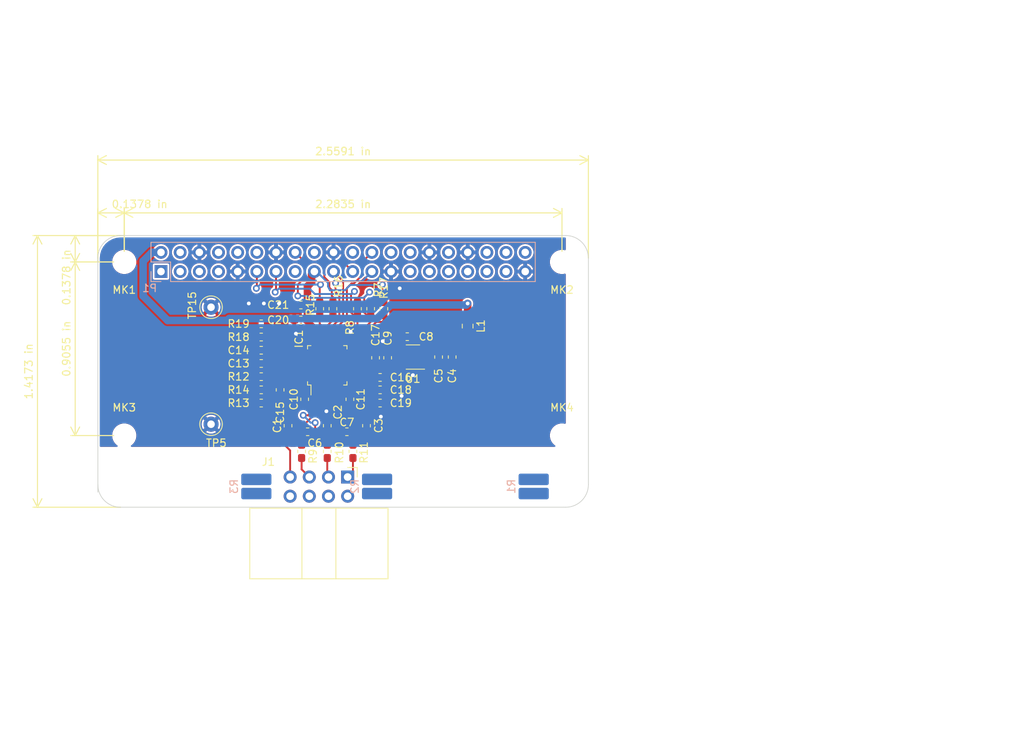
<source format=kicad_pcb>
(kicad_pcb (version 20171130) (host pcbnew "(5.1.5-0)")
  (title_block (date "15 nov 2012"))
  (layers (0 F.Cu signal) (31 B.Cu signal) (34 B.Paste user) (35 F.Paste user) (36 B.SilkS user) (37 F.SilkS user) (38 B.Mask user) (39 F.Mask user) (44 Edge.Cuts user))
  (net 0 "")
  (net 1 +3V3)
  (net 2 GND)
  (net 3 /ID_SD)
  (net 4 /ID_SC)
  (net 5 /GPIO5)
  (net 6 /GPIO6)
  (net 7 /GPIO26)
  (net 8 "/GPIO12(PWM0)")
  (net 9 "/GPIO13(PWM1)")
  (net 10 "/GPIO19(SPI1_MISO)")
  (net 11 /GPIO16)
  (net 12 "/GPIO20(SPI1_MOSI)")
  (net 13 "/GPIO21(SPI1_SCK)")
  (net 14 +3.3VA)
  (net 15 +5VA)
  (net 16 /SENS_SDA)
  (net 17 +5VD)
  (net 18 /SENS_SCL)
  (net 19 /SENS_INT_BPM)
  (net 20 /SENS_GPIO0)
  (net 21 /SENS_GPIO1)
  (net 22 /SENS_INT_ECG)
  (net 23 /SENS_INT_SPO2)
  (net 24 /SENS_START)
  (net 25 /~SENS_RST_BPM)
  (net 26 /~SENS_RST_ECG)
  (net 27 /~SENS_RST_SPO2)
  (net 28 /SENS_MOSI)
  (net 29 /SENS_MISO)
  (net 30 /~SENS_CS_BPM)
  (net 31 /SENS_SCLK)
  (net 32 /~SENS_CS_ECG)
  (net 33 /~SENS_CS_SPO2)
  (net 34 /ECG_Sensor/ads_in1_p)
  (net 35 /ECG_Sensor/ads_in1_n)
  (net 36 /ECG_Sensor/ads_in2_p)
  (net 37 "Net-(C4-Pad1)")
  (net 38 "Net-(C8-Pad1)")
  (net 39 /ECG_Sensor/3.3VA)
  (net 40 "Net-(C10-Pad2)")
  (net 41 "Net-(C10-Pad1)")
  (net 42 "Net-(C11-Pad2)")
  (net 43 "Net-(C11-Pad1)")
  (net 44 "Net-(C13-Pad2)")
  (net 45 /RLD)
  (net 46 "Net-(C14-Pad1)")
  (net 47 "Net-(C15-Pad1)")
  (net 48 "Net-(C16-Pad1)")
  (net 49 "Net-(C18-Pad1)")
  (net 50 GNDPWR)
  (net 51 "Net-(IC1-Pad29)")
  (net 52 "Net-(IC1-Pad26)")
  (net 53 "Net-(IC1-Pad25)")
  (net 54 "Net-(IC1-Pad22)")
  (net 55 "Net-(IC1-Pad21)")
  (net 56 "Net-(IC1-Pad17)")
  (net 57 "Net-(IC1-Pad14)")
  (net 58 /LA)
  (net 59 /RA)
  (net 60 /LL)
  (module Resistor_SMD:R_0603_1608Metric_Pad1.05x0.95mm_HandSolder (layer F.Cu) (at 237.9 103.7 270)
    (fp_text reference R17 (at -2.75 0 90) (layer F.SilkS))
    (fp_text value 100k)
    (pad 2 smd roundrect (at 0.875 0 270) (size 1.05 0.95) (layers F.Cu F.Paste F.Mask) (net 57 "Net-(IC1-Pad14)"))
    (pad 1 smd roundrect (at -0.875 0 270) (size 1.05 0.95) (layers F.Cu F.Paste F.Mask) (net 1 +3V3))
  )
  (module Resistor_SMD:R_0603_1608Metric_Pad1.05x0.95mm_HandSolder (layer F.Cu) (at 236.15 103.7 90)
    (fp_text reference R7 (at 2.5 1 90) (layer F.SilkS))
    (fp_text value 100k)
    (pad 2 smd roundrect (at 0.875 0 90) (size 1.05 0.95) (layers F.Cu F.Paste F.Mask) (net 1 +3V3))
    (pad 1 smd roundrect (at -0.875 0 90) (size 1.05 0.95) (layers F.Cu F.Paste F.Mask) (net 26 /~SENS_RST_ECG))
  )
  (module Resistor_SMD:R_0603_1608Metric_Pad1.05x0.95mm_HandSolder (layer F.Cu) (at 234.4 103.7 270)
    (fp_text reference R8 (at 2.5 1 90) (layer F.SilkS))
    (fp_text value 100k)
    (pad 2 smd roundrect (at 0.875 0 270) (size 1.05 0.95) (layers F.Cu F.Paste F.Mask) (net 24 /SENS_START))
    (pad 1 smd roundrect (at -0.875 0 270) (size 1.05 0.95) (layers F.Cu F.Paste F.Mask) (net 2 GND))
  )
  (module Connector_IDC:IDC-Header_2x04_P2.54mm_Horizontal (layer F.Cu) (at 233.1 126 270)
    (fp_text reference J1 (at -2 10.5 180) (layer F.SilkS))
    (fp_text value Conn_02x04_Odd_Even)
    (pad 8 thru_hole oval (at 2.54 7.62 270) (size 1.7272 1.7272) (drill 1.016) (layers *.Cu *.Mask) (net 50 GNDPWR))
    (pad 7 thru_hole oval (at 0 7.62 270) (size 1.7272 1.7272) (drill 1.016) (layers *.Cu *.Mask) (net 45 /RLD))
    (pad 6 thru_hole oval (at 2.54 5.08 270) (size 1.7272 1.7272) (drill 1.016) (layers *.Cu *.Mask) (net 50 GNDPWR))
    (pad 5 thru_hole oval (at 0 5.08 270) (size 1.7272 1.7272) (drill 1.016) (layers *.Cu *.Mask) (net 58 /LA))
    (pad 4 thru_hole oval (at 2.54 2.54 270) (size 1.7272 1.7272) (drill 1.016) (layers *.Cu *.Mask) (net 50 GNDPWR))
    (pad 3 thru_hole oval (at 0 2.54 270) (size 1.7272 1.7272) (drill 1.016) (layers *.Cu *.Mask) (net 59 /RA))
    (pad 2 thru_hole oval (at 2.54 0 270) (size 1.7272 1.7272) (drill 1.016) (layers *.Cu *.Mask) (net 50 GNDPWR))
    (pad 1 thru_hole rect (at 0 0 270) (size 1.7272 1.7272) (drill 1.016) (layers *.Cu *.Mask) (net 60 /LL))
  )
  (module Package_TO_SOT_SMD:SOT-23-5_HandSoldering (layer F.Cu) (at 241.75 110.1 180)
    (fp_text reference U1 (at 0 -2.9) (layer F.SilkS))
    (fp_text value TPS73033DBVT)
    (pad 5 smd rect (at 1.35 -0.95 180) (size 1.56 0.65) (layers F.Cu F.Paste F.Mask) (net 39 /ECG_Sensor/3.3VA))
    (pad 4 smd rect (at 1.35 0.95 180) (size 1.56 0.65) (layers F.Cu F.Paste F.Mask) (net 38 "Net-(C8-Pad1)"))
    (pad 3 smd rect (at -1.35 0.95 180) (size 1.56 0.65) (layers F.Cu F.Paste F.Mask) (net 37 "Net-(C4-Pad1)"))
    (pad 2 smd rect (at -1.35 0 180) (size 1.56 0.65) (layers F.Cu F.Paste F.Mask) (net 2 GND))
    (pad 1 smd rect (at -1.35 -0.95 180) (size 1.56 0.65) (layers F.Cu F.Paste F.Mask) (net 37 "Net-(C4-Pad1)"))
  )
  (module TestPoint:TestPoint_Loop_D2.50mm_Drill1.0mm (layer F.Cu) (at 215 103.5 90)
    (fp_text reference TP15 (at 0.25 -2.5 90) (layer F.SilkS))
    (fp_text value " ")
    (pad 1 thru_hole circle (at 0 0 90) (size 2 2) (drill 1) (layers *.Cu *.Mask) (net 2 GND))
  )
  (module TestPoint:TestPoint_Loop_D2.50mm_Drill1.0mm (layer F.Cu) (at 215 119)
    (fp_text reference TP5 (at 0.7 2.5) (layer F.SilkS))
    (fp_text value " ")
    (pad 1 thru_hole circle (at 0 0) (size 2 2) (drill 1) (layers *.Cu *.Mask) (net 2 GND))
  )
  (module Resistor_SMD:R_0603_1608Metric_Pad1.05x0.95mm_HandSolder (layer F.Cu) (at 221.65 105.7)
    (fp_text reference R19 (at -3 0) (layer F.SilkS))
    (fp_text value 6.8k)
    (pad 2 smd roundrect (at 0.875 0) (size 1.05 0.95) (layers F.Cu F.Paste F.Mask) (net 53 "Net-(IC1-Pad25)"))
    (pad 1 smd roundrect (at -0.875 0) (size 1.05 0.95) (layers F.Cu F.Paste F.Mask) (net 2 GND))
  )
  (module Resistor_SMD:R_0603_1608Metric_Pad1.05x0.95mm_HandSolder (layer F.Cu) (at 221.65 107.45 180)
    (fp_text reference R18 (at 3 0) (layer F.SilkS))
    (fp_text value 6.8k)
    (pad 2 smd roundrect (at 0.875 0 180) (size 1.05 0.95) (layers F.Cu F.Paste F.Mask) (net 2 GND))
    (pad 1 smd roundrect (at -0.875 0 180) (size 1.05 0.95) (layers F.Cu F.Paste F.Mask) (net 52 "Net-(IC1-Pad26)"))
  )
  (module Resistor_SMD:R_0603_1608Metric_Pad1.05x0.95mm_HandSolder (layer F.Cu) (at 231.15 103.7 270)
    (fp_text reference R16 (at -3 -0.75 90) (layer F.SilkS))
    (fp_text value 100)
    (pad 2 smd roundrect (at 0.875 0 270) (size 1.05 0.95) (layers F.Cu F.Paste F.Mask) (net 55 "Net-(IC1-Pad21)"))
    (pad 1 smd roundrect (at -0.875 0 270) (size 1.05 0.95) (layers F.Cu F.Paste F.Mask) (net 29 /SENS_MISO))
  )
  (module Resistor_SMD:R_0603_1608Metric_Pad1.05x0.95mm_HandSolder (layer F.Cu) (at 229.4 103.7 270)
    (fp_text reference R15 (at -0.5 1.25 90) (layer F.SilkS))
    (fp_text value 100)
    (pad 2 smd roundrect (at 0.875 0 270) (size 1.05 0.95) (layers F.Cu F.Paste F.Mask) (net 54 "Net-(IC1-Pad22)"))
    (pad 1 smd roundrect (at -0.875 0 270) (size 1.05 0.95) (layers F.Cu F.Paste F.Mask) (net 22 /SENS_INT_ECG))
  )
  (module Resistor_SMD:R_0603_1608Metric_Pad1.05x0.95mm_HandSolder (layer F.Cu) (at 221.65 114.45)
    (fp_text reference R14 (at -3 0) (layer F.SilkS))
    (fp_text value 6.8k)
    (pad 2 smd roundrect (at 0.875 0) (size 1.05 0.95) (layers F.Cu F.Paste F.Mask) (net 51 "Net-(IC1-Pad29)"))
    (pad 1 smd roundrect (at -0.875 0) (size 1.05 0.95) (layers F.Cu F.Paste F.Mask) (net 45 /RLD))
  )
  (module Resistor_SMD:R_0603_1608Metric_Pad1.05x0.95mm_HandSolder (layer F.Cu) (at 221.65 116.2)
    (fp_text reference R13 (at -3 0) (layer F.SilkS))
    (fp_text value 100k)
    (pad 2 smd roundrect (at 0.875 0) (size 1.05 0.95) (layers F.Cu F.Paste F.Mask) (net 47 "Net-(C15-Pad1)"))
    (pad 1 smd roundrect (at -0.875 0) (size 1.05 0.95) (layers F.Cu F.Paste F.Mask) (net 45 /RLD))
  )
  (module Resistor_SMD:R_0603_1608Metric_Pad1.05x0.95mm_HandSolder (layer F.Cu) (at 221.65 112.7)
    (fp_text reference R12 (at -3 0) (layer F.SilkS))
    (fp_text value 1M)
    (pad 2 smd roundrect (at 0.875 0) (size 1.05 0.95) (layers F.Cu F.Paste F.Mask) (net 44 "Net-(C13-Pad2)"))
    (pad 1 smd roundrect (at -0.875 0) (size 1.05 0.95) (layers F.Cu F.Paste F.Mask) (net 45 /RLD))
  )
  (module Resistor_SMD:R_0603_1608Metric_Pad1.05x0.95mm_HandSolder (layer F.Cu) (at 233.8 122.6 90)
    (fp_text reference R11 (at -0.15 1.45 90) (layer F.SilkS))
    (fp_text value 22k)
    (pad 2 smd roundrect (at 0.875 0 90) (size 1.05 0.95) (layers F.Cu F.Paste F.Mask) (net 36 /ECG_Sensor/ads_in2_p))
    (pad 1 smd roundrect (at -0.875 0 90) (size 1.05 0.95) (layers F.Cu F.Paste F.Mask) (net 60 /LL))
  )
  (module Resistor_SMD:R_0603_1608Metric_Pad1.05x0.95mm_HandSolder (layer F.Cu) (at 230.4 122.6 90)
    (fp_text reference R10 (at -0.15 1.6 90) (layer F.SilkS))
    (fp_text value 22k)
    (pad 2 smd roundrect (at 0.875 0 90) (size 1.05 0.95) (layers F.Cu F.Paste F.Mask) (net 35 /ECG_Sensor/ads_in1_n))
    (pad 1 smd roundrect (at -0.875 0 90) (size 1.05 0.95) (layers F.Cu F.Paste F.Mask) (net 59 /RA))
  )
  (module Resistor_SMD:R_0603_1608Metric_Pad1.05x0.95mm_HandSolder (layer F.Cu) (at 227 122.6 90)
    (fp_text reference R9 (at -0.65 1.5 90) (layer F.SilkS))
    (fp_text value 22k)
    (pad 2 smd roundrect (at 0.875 0 90) (size 1.05 0.95) (layers F.Cu F.Paste F.Mask) (net 34 /ECG_Sensor/ads_in1_p))
    (pad 1 smd roundrect (at -0.875 0 90) (size 1.05 0.95) (layers F.Cu F.Paste F.Mask) (net 58 /LA))
  )
  (module Resistor_SMD:R_0815_2038Metric_Pad1.53x4.00mm_HandSolder (layer B.Cu) (at 221 127.25 270)
    (fp_text reference R3 (at 0 2.95 270) (layer B.SilkS) (effects (justify mirror)))
    (fp_text value n.p.)
    (pad 2 smd roundrect (at 0.9375 0 270) (size 1.525 4) (layers B.Cu B.Paste B.Mask) (roundrect_rratio 0.163934) (net 50 GNDPWR))
    (pad 1 smd roundrect (at -0.9375 0 270) (size 1.525 4) (layers B.Cu B.Paste B.Mask) (roundrect_rratio 0.163934) (net 2 GND))
  )
  (module Resistor_SMD:R_0815_2038Metric_Pad1.53x4.00mm_HandSolder (layer B.Cu) (at 237 127.25 270)
    (fp_text reference R2 (at 0 2.95 270) (layer B.SilkS) (effects (justify mirror)))
    (fp_text value n.p.)
    (pad 2 smd roundrect (at 0.9375 0 270) (size 1.525 4) (layers B.Cu B.Paste B.Mask) (roundrect_rratio 0.163934) (net 50 GNDPWR))
    (pad 1 smd roundrect (at -0.9375 0 270) (size 1.525 4) (layers B.Cu B.Paste B.Mask) (roundrect_rratio 0.163934) (net 2 GND))
  )
  (module Resistor_SMD:R_0815_2038Metric_Pad1.53x4.00mm_HandSolder (layer B.Cu) (at 257.75 127.25 270)
    (fp_text reference R1 (at 0 2.95 90) (layer B.SilkS) (effects (justify mirror)))
    (fp_text value n.p.)
    (pad 2 smd roundrect (at 0.9375 0 270) (size 1.525 4) (layers B.Cu B.Paste B.Mask) (roundrect_rratio 0.163934) (net 50 GNDPWR))
    (pad 1 smd roundrect (at -0.9375 0 270) (size 1.525 4) (layers B.Cu B.Paste B.Mask) (roundrect_rratio 0.163934) (net 2 GND))
  )
  (module Inductor_SMD:L_0805_2012Metric_Pad1.15x1.40mm_HandSolder (layer F.Cu) (at 249 106 90)
    (fp_text reference L1 (at 0 1.75 90) (layer F.SilkS))
    (fp_text value MMZ2012R102A)
    (pad 2 smd roundrect (at 1.025 0 90) (size 1.15 1.4) (layers F.Cu F.Paste F.Mask) (roundrect_rratio 0.217391) (net 15 +5VA))
    (pad 1 smd roundrect (at -1.025 0 90) (size 1.15 1.4) (layers F.Cu F.Paste F.Mask) (roundrect_rratio 0.217391) (net 37 "Net-(C4-Pad1)"))
  )
  (module Package_QFP:LQFP-32_5x5mm_P0.5mm (layer F.Cu) (at 230.4 111.2 90)
    (fp_text reference IC1 (at 3.5 -3.75 90) (layer F.SilkS))
    (fp_text value ADS1292)
    (pad 32 smd roundrect (at -1.75 -3.175 90) (size 0.3 1.5) (layers F.Cu F.Paste F.Mask) (net 34 /ECG_Sensor/ads_in1_p))
    (pad 31 smd roundrect (at -1.25 -3.175 90) (size 0.3 1.5) (layers F.Cu F.Paste F.Mask) (net 36 /ECG_Sensor/ads_in2_p))
    (pad 30 smd roundrect (at -0.75 -3.175 90) (size 0.3 1.5) (layers F.Cu F.Paste F.Mask) (net 47 "Net-(C15-Pad1)"))
    (pad 29 smd roundrect (at -0.25 -3.175 90) (size 0.3 1.5) (layers F.Cu F.Paste F.Mask) (net 51 "Net-(IC1-Pad29)"))
    (pad 28 smd roundrect (at 0.25 -3.175 90) (size 0.3 1.5) (layers F.Cu F.Paste F.Mask) (net 44 "Net-(C13-Pad2)"))
    (pad 27 smd roundrect (at 0.75 -3.175 90) (size 0.3 1.5) (layers F.Cu F.Paste F.Mask) (net 46 "Net-(C14-Pad1)"))
    (pad 26 smd roundrect (at 1.25 -3.175 90) (size 0.3 1.5) (layers F.Cu F.Paste F.Mask) (net 52 "Net-(IC1-Pad26)"))
    (pad 25 smd roundrect (at 1.75 -3.175 90) (size 0.3 1.5) (layers F.Cu F.Paste F.Mask) (net 53 "Net-(IC1-Pad25)"))
    (pad 24 smd roundrect (at 3.175 -1.75 90) (size 1.5 0.3) (layers F.Cu F.Paste F.Mask) (net 2 GND))
    (pad 23 smd roundrect (at 3.175 -1.25 90) (size 1.5 0.3) (layers F.Cu F.Paste F.Mask) (net 1 +3V3))
    (pad 22 smd roundrect (at 3.175 -0.75 90) (size 1.5 0.3) (layers F.Cu F.Paste F.Mask) (net 54 "Net-(IC1-Pad22)"))
    (pad 21 smd roundrect (at 3.175 -0.25 90) (size 1.5 0.3) (layers F.Cu F.Paste F.Mask) (net 55 "Net-(IC1-Pad21)"))
    (pad 20 smd roundrect (at 3.175 0.25 90) (size 1.5 0.3) (layers F.Cu F.Paste F.Mask) (net 31 /SENS_SCLK))
    (pad 19 smd roundrect (at 3.175 0.75 90) (size 1.5 0.3) (layers F.Cu F.Paste F.Mask) (net 28 /SENS_MOSI))
    (pad 18 smd roundrect (at 3.175 1.25 90) (size 1.5 0.3) (layers F.Cu F.Paste F.Mask) (net 32 /~SENS_CS_ECG))
    (pad 17 smd roundrect (at 3.175 1.75 90) (size 1.5 0.3) (layers F.Cu F.Paste F.Mask) (net 56 "Net-(IC1-Pad17)"))
    (pad 16 smd roundrect (at 1.75 3.175 90) (size 0.3 1.5) (layers F.Cu F.Paste F.Mask) (net 24 /SENS_START))
    (pad 15 smd roundrect (at 1.25 3.175 90) (size 0.3 1.5) (layers F.Cu F.Paste F.Mask) (net 26 /~SENS_RST_ECG))
    (pad 14 smd roundrect (at 0.75 3.175 90) (size 0.3 1.5) (layers F.Cu F.Paste F.Mask) (net 57 "Net-(IC1-Pad14)"))
    (pad 13 smd roundrect (at 0.25 3.175 90) (size 0.3 1.5) (layers F.Cu F.Paste F.Mask) (net 2 GND))
    (pad 12 smd roundrect (at -0.25 3.175 90) (size 0.3 1.5) (layers F.Cu F.Paste F.Mask) (net 39 /ECG_Sensor/3.3VA))
    (pad 11 smd roundrect (at -0.75 3.175 90) (size 0.3 1.5) (layers F.Cu F.Paste F.Mask) (net 48 "Net-(C16-Pad1)"))
    (pad 10 smd roundrect (at -1.25 3.175 90) (size 0.3 1.5) (layers F.Cu F.Paste F.Mask) (net 2 GND))
    (pad 9 smd roundrect (at -1.75 3.175 90) (size 0.3 1.5) (layers F.Cu F.Paste F.Mask) (net 49 "Net-(C18-Pad1)"))
    (pad 8 smd roundrect (at -3.175 1.75 90) (size 1.5 0.3) (layers F.Cu F.Paste F.Mask) (net 43 "Net-(C11-Pad1)"))
    (pad 7 smd roundrect (at -3.175 1.25 90) (size 1.5 0.3) (layers F.Cu F.Paste F.Mask) (net 42 "Net-(C11-Pad2)"))
    (pad 6 smd roundrect (at -3.175 0.75 90) (size 1.5 0.3) (layers F.Cu F.Paste F.Mask) (net 36 /ECG_Sensor/ads_in2_p))
    (pad 5 smd roundrect (at -3.175 0.25 90) (size 1.5 0.3) (layers F.Cu F.Paste F.Mask) (net 35 /ECG_Sensor/ads_in1_n))
    (pad 4 smd roundrect (at -3.175 -0.25 90) (size 1.5 0.3) (layers F.Cu F.Paste F.Mask) (net 34 /ECG_Sensor/ads_in1_p))
    (pad 3 smd roundrect (at -3.175 -0.75 90) (size 1.5 0.3) (layers F.Cu F.Paste F.Mask) (net 35 /ECG_Sensor/ads_in1_n))
    (pad 2 smd roundrect (at -3.175 -1.25 90) (size 1.5 0.3) (layers F.Cu F.Paste F.Mask) (net 41 "Net-(C10-Pad1)"))
    (pad 1 smd roundrect (at -3.175 -1.75 90) (size 1.5 0.3) (layers F.Cu F.Paste F.Mask) (net 40 "Net-(C10-Pad2)"))
  )
  (module Capacitor_SMD:C_0603_1608Metric_Pad1.05x0.95mm_HandSolder (layer F.Cu) (at 226.9 103.2 180)
    (fp_text reference C21 (at 3 0) (layer F.SilkS))
    (fp_text value 1u)
    (pad 2 smd roundrect (at 0.875 0 180) (size 1.05 0.95) (layers F.Cu F.Paste F.Mask) (net 2 GND))
    (pad 1 smd roundrect (at -0.875 0 180) (size 1.05 0.95) (layers F.Cu F.Paste F.Mask) (net 1 +3V3))
  )
  (module Capacitor_SMD:C_0603_1608Metric_Pad1.05x0.95mm_HandSolder (layer F.Cu) (at 226.9 105.2 180)
    (fp_text reference C20 (at 3 0) (layer F.SilkS))
    (fp_text value 100n)
    (pad 2 smd roundrect (at 0.875 0 180) (size 1.05 0.95) (layers F.Cu F.Paste F.Mask) (net 2 GND))
    (pad 1 smd roundrect (at -0.875 0 180) (size 1.05 0.95) (layers F.Cu F.Paste F.Mask) (net 1 +3V3))
  )
  (module Capacitor_SMD:C_0603_1608Metric_Pad1.05x0.95mm_HandSolder (layer F.Cu) (at 237.4 116.2)
    (fp_text reference C19 (at 2.75 0) (layer F.SilkS))
    (fp_text value 10u)
    (pad 2 smd roundrect (at 0.875 0) (size 1.05 0.95) (layers F.Cu F.Paste F.Mask) (net 2 GND))
    (pad 1 smd roundrect (at -0.875 0) (size 1.05 0.95) (layers F.Cu F.Paste F.Mask) (net 49 "Net-(C18-Pad1)"))
  )
  (module Capacitor_SMD:C_0603_1608Metric_Pad1.05x0.95mm_HandSolder (layer F.Cu) (at 237.4 114.45)
    (fp_text reference C18 (at 2.75 0) (layer F.SilkS))
    (fp_text value 100n)
    (pad 2 smd roundrect (at 0.875 0) (size 1.05 0.95) (layers F.Cu F.Paste F.Mask) (net 2 GND))
    (pad 1 smd roundrect (at -0.875 0) (size 1.05 0.95) (layers F.Cu F.Paste F.Mask) (net 49 "Net-(C18-Pad1)"))
  )
  (module Capacitor_SMD:C_0603_1608Metric_Pad1.05x0.95mm_HandSolder (layer F.Cu) (at 236.8 110.2 90)
    (fp_text reference C17 (at 3 0 90) (layer F.SilkS))
    (fp_text value 100n)
    (pad 2 smd roundrect (at 0.875 0 90) (size 1.05 0.95) (layers F.Cu F.Paste F.Mask) (net 2 GND))
    (pad 1 smd roundrect (at -0.875 0 90) (size 1.05 0.95) (layers F.Cu F.Paste F.Mask) (net 39 /ECG_Sensor/3.3VA))
  )
  (module Capacitor_SMD:C_0603_1608Metric_Pad1.05x0.95mm_HandSolder (layer F.Cu) (at 237.4 112.8)
    (fp_text reference C16 (at 2.75 0) (layer F.SilkS))
    (fp_text value 1u)
    (pad 2 smd roundrect (at 0.875 0) (size 1.05 0.95) (layers F.Cu F.Paste F.Mask) (net 2 GND))
    (pad 1 smd roundrect (at -0.875 0) (size 1.05 0.95) (layers F.Cu F.Paste F.Mask) (net 48 "Net-(C16-Pad1)"))
  )
  (module Capacitor_SMD:C_0603_1608Metric_Pad1.05x0.95mm_HandSolder (layer F.Cu) (at 224.15 114.45 90)
    (fp_text reference C15 (at -3 0 90) (layer F.SilkS))
    (fp_text value 470p)
    (pad 2 smd roundrect (at 0.875 0 90) (size 1.05 0.95) (layers F.Cu F.Paste F.Mask) (net 44 "Net-(C13-Pad2)"))
    (pad 1 smd roundrect (at -0.875 0 90) (size 1.05 0.95) (layers F.Cu F.Paste F.Mask) (net 47 "Net-(C15-Pad1)"))
  )
  (module Capacitor_SMD:C_0603_1608Metric_Pad1.05x0.95mm_HandSolder (layer F.Cu) (at 221.65 109.2 180)
    (fp_text reference C14 (at 3 0) (layer F.SilkS))
    (fp_text value 1u)
    (pad 2 smd roundrect (at 0.875 0 180) (size 1.05 0.95) (layers F.Cu F.Paste F.Mask) (net 2 GND))
    (pad 1 smd roundrect (at -0.875 0 180) (size 1.05 0.95) (layers F.Cu F.Paste F.Mask) (net 46 "Net-(C14-Pad1)"))
  )
  (module Capacitor_SMD:C_0603_1608Metric_Pad1.05x0.95mm_HandSolder (layer F.Cu) (at 221.65 110.95)
    (fp_text reference C13 (at -3 0) (layer F.SilkS))
    (fp_text value 470p)
    (pad 2 smd roundrect (at 0.875 0) (size 1.05 0.95) (layers F.Cu F.Paste F.Mask) (net 44 "Net-(C13-Pad2)"))
    (pad 1 smd roundrect (at -0.875 0) (size 1.05 0.95) (layers F.Cu F.Paste F.Mask) (net 45 /RLD))
  )
  (module Capacitor_SMD:C_0603_1608Metric_Pad1.05x0.95mm_HandSolder (layer F.Cu) (at 233.4 115.7 270)
    (fp_text reference C11 (at 0 -1.43 90) (layer F.SilkS))
    (fp_text value 4.7n)
    (pad 2 smd roundrect (at 0.875 0 270) (size 1.05 0.95) (layers F.Cu F.Paste F.Mask) (net 42 "Net-(C11-Pad2)"))
    (pad 1 smd roundrect (at -0.875 0 270) (size 1.05 0.95) (layers F.Cu F.Paste F.Mask) (net 43 "Net-(C11-Pad1)"))
  )
  (module Capacitor_SMD:C_0603_1608Metric_Pad1.05x0.95mm_HandSolder (layer F.Cu) (at 227.4 115.7 90)
    (fp_text reference C10 (at 0 -1.43 90) (layer F.SilkS))
    (fp_text value 4.7n)
    (pad 2 smd roundrect (at 0.875 0 90) (size 1.05 0.95) (layers F.Cu F.Paste F.Mask) (net 40 "Net-(C10-Pad2)"))
    (pad 1 smd roundrect (at -0.875 0 90) (size 1.05 0.95) (layers F.Cu F.Paste F.Mask) (net 41 "Net-(C10-Pad1)"))
  )
  (module Capacitor_SMD:C_0603_1608Metric_Pad1.05x0.95mm_HandSolder (layer F.Cu) (at 238.4 110.2 90)
    (fp_text reference C9 (at 2.6 0 90) (layer F.SilkS))
    (fp_text value 2.2u)
    (pad 2 smd roundrect (at 0.875 0 90) (size 1.05 0.95) (layers F.Cu F.Paste F.Mask) (net 2 GND))
    (pad 1 smd roundrect (at -0.875 0 90) (size 1.05 0.95) (layers F.Cu F.Paste F.Mask) (net 39 /ECG_Sensor/3.3VA))
  )
  (module Capacitor_SMD:C_0603_1608Metric_Pad1.05x0.95mm_HandSolder (layer F.Cu) (at 241 107.4)
    (fp_text reference C8 (at 2.5 0) (layer F.SilkS))
    (fp_text value 10n)
    (pad 2 smd roundrect (at 0.875 0) (size 1.05 0.95) (layers F.Cu F.Paste F.Mask) (net 2 GND))
    (pad 1 smd roundrect (at -0.875 0) (size 1.05 0.95) (layers F.Cu F.Paste F.Mask) (net 38 "Net-(C8-Pad1)"))
  )
  (module Capacitor_SMD:C_0603_1608Metric_Pad1.05x0.95mm_HandSolder (layer F.Cu) (at 233 120)
    (fp_text reference C7 (at 0 -1.25 -180) (layer F.SilkS))
    (fp_text value n.p.)
    (pad 2 smd roundrect (at 0.875 0) (size 1.05 0.95) (layers F.Cu F.Paste F.Mask) (net 36 /ECG_Sensor/ads_in2_p))
    (pad 1 smd roundrect (at -0.875 0) (size 1.05 0.95) (layers F.Cu F.Paste F.Mask) (net 35 /ECG_Sensor/ads_in1_n))
  )
  (module Capacitor_SMD:C_0603_1608Metric_Pad1.05x0.95mm_HandSolder (layer F.Cu) (at 227.8 120)
    (fp_text reference C6 (at 0.95 1.5) (layer F.SilkS))
    (fp_text value n.p.)
    (pad 2 smd roundrect (at 0.875 0) (size 1.05 0.95) (layers F.Cu F.Paste F.Mask) (net 35 /ECG_Sensor/ads_in1_n))
    (pad 1 smd roundrect (at -0.875 0) (size 1.05 0.95) (layers F.Cu F.Paste F.Mask) (net 34 /ECG_Sensor/ads_in1_p))
  )
  (module Capacitor_SMD:C_0603_1608Metric_Pad1.05x0.95mm_HandSolder (layer F.Cu) (at 245.15 110.1 90)
    (fp_text reference C5 (at -2.5 0 90) (layer F.SilkS))
    (fp_text value 100n)
    (pad 2 smd roundrect (at 0.875 0 90) (size 1.05 0.95) (layers F.Cu F.Paste F.Mask) (net 2 GND))
    (pad 1 smd roundrect (at -0.875 0 90) (size 1.05 0.95) (layers F.Cu F.Paste F.Mask) (net 37 "Net-(C4-Pad1)"))
  )
  (module Capacitor_SMD:C_0603_1608Metric_Pad1.05x0.95mm_HandSolder (layer F.Cu) (at 246.95 110.1 90)
    (fp_text reference C4 (at -2.5 0 90) (layer F.SilkS))
    (fp_text value 2.2u)
    (pad 2 smd roundrect (at 0.875 0 90) (size 1.05 0.95) (layers F.Cu F.Paste F.Mask) (net 2 GND))
    (pad 1 smd roundrect (at -0.875 0 90) (size 1.05 0.95) (layers F.Cu F.Paste F.Mask) (net 37 "Net-(C4-Pad1)"))
  )
  (module Capacitor_SMD:C_0603_1608Metric_Pad1.05x0.95mm_HandSolder (layer F.Cu) (at 235.6 119.2 90)
    (fp_text reference C3 (at 0 1.6 90) (layer F.SilkS))
    (fp_text value 3n)
    (pad 2 smd roundrect (at 0.875 0 90) (size 1.05 0.95) (layers F.Cu F.Paste F.Mask) (net 2 GND))
    (pad 1 smd roundrect (at -0.875 0 90) (size 1.05 0.95) (layers F.Cu F.Paste F.Mask) (net 36 /ECG_Sensor/ads_in2_p))
  )
  (module Capacitor_SMD:C_0603_1608Metric_Pad1.05x0.95mm_HandSolder (layer F.Cu) (at 230.4 119.2 90)
    (fp_text reference C2 (at 1.8 1.4 90) (layer F.SilkS))
    (fp_text value 3n)
    (pad 2 smd roundrect (at 0.875 0 90) (size 1.05 0.95) (layers F.Cu F.Paste F.Mask) (net 2 GND))
    (pad 1 smd roundrect (at -0.875 0 90) (size 1.05 0.95) (layers F.Cu F.Paste F.Mask) (net 35 /ECG_Sensor/ads_in1_n))
  )
  (module Capacitor_SMD:C_0603_1608Metric_Pad1.05x0.95mm_HandSolder (layer F.Cu) (at 225.2 119.2 90)
    (fp_text reference C1 (at 0 -1.43 90) (layer F.SilkS))
    (fp_text value 3n)
    (pad 2 smd roundrect (at 0.875 0 90) (size 1.05 0.95) (layers F.Cu F.Paste F.Mask) (net 2 GND))
    (pad 1 smd roundrect (at -0.875 0 90) (size 1.05 0.95) (layers F.Cu F.Paste F.Mask) (net 34 /ECG_Sensor/ads_in1_p))
  )
  (module Connector_PinSocket_2.54mm:PinSocket_2x20_P2.54mm_Vertical (layer B.Cu) (at 208.37 98.77 270)
    (fp_text reference P1 (at 2.208 1.512) (layer B.SilkS) (effects (justify mirror)))
    (fp_text value Conn_02x20_Odd_Even)
    (pad 1 thru_hole rect (at 0 0 270) (size 1.7 1.7) (drill 1) (layers *.Cu *.Mask) (net 14 +3.3VA))
    (pad 2 thru_hole oval (at -2.54 0 270) (size 1.7 1.7) (drill 1) (layers *.Cu *.Mask) (net 15 +5VA))
    (pad 3 thru_hole oval (at 0 -2.54 270) (size 1.7 1.7) (drill 1) (layers *.Cu *.Mask) (net 16 /SENS_SDA))
    (pad 4 thru_hole oval (at -2.54 -2.54 270) (size 1.7 1.7) (drill 1) (layers *.Cu *.Mask) (net 17 +5VD))
    (pad 5 thru_hole oval (at 0 -5.08 270) (size 1.7 1.7) (drill 1) (layers *.Cu *.Mask) (net 18 /SENS_SCL))
    (pad 6 thru_hole oval (at -2.54 -5.08 270) (size 1.7 1.7) (drill 1) (layers *.Cu *.Mask) (net 2 GND))
    (pad 7 thru_hole oval (at 0 -7.62 270) (size 1.7 1.7) (drill 1) (layers *.Cu *.Mask) (net 19 /SENS_INT_BPM))
    (pad 8 thru_hole oval (at -2.54 -7.62 270) (size 1.7 1.7) (drill 1) (layers *.Cu *.Mask) (net 20 /SENS_GPIO0))
    (pad 9 thru_hole oval (at 0 -10.16 270) (size 1.7 1.7) (drill 1) (layers *.Cu *.Mask) (net 2 GND))
    (pad 10 thru_hole oval (at -2.54 -10.16 270) (size 1.7 1.7) (drill 1) (layers *.Cu *.Mask) (net 21 /SENS_GPIO1))
    (pad 11 thru_hole oval (at 0 -12.7 270) (size 1.7 1.7) (drill 1) (layers *.Cu *.Mask) (net 22 /SENS_INT_ECG))
    (pad 12 thru_hole oval (at -2.54 -12.7 270) (size 1.7 1.7) (drill 1) (layers *.Cu *.Mask) (net 23 /SENS_INT_SPO2))
    (pad 13 thru_hole oval (at 0 -15.24 270) (size 1.7 1.7) (drill 1) (layers *.Cu *.Mask) (net 24 /SENS_START))
    (pad 14 thru_hole oval (at -2.54 -15.24 270) (size 1.7 1.7) (drill 1) (layers *.Cu *.Mask) (net 2 GND))
    (pad 15 thru_hole oval (at 0 -17.78 270) (size 1.7 1.7) (drill 1) (layers *.Cu *.Mask) (net 25 /~SENS_RST_BPM))
    (pad 16 thru_hole oval (at -2.54 -17.78 270) (size 1.7 1.7) (drill 1) (layers *.Cu *.Mask) (net 26 /~SENS_RST_ECG))
    (pad 17 thru_hole oval (at 0 -20.32 270) (size 1.7 1.7) (drill 1) (layers *.Cu *.Mask) (net 1 +3V3))
    (pad 18 thru_hole oval (at -2.54 -20.32 270) (size 1.7 1.7) (drill 1) (layers *.Cu *.Mask) (net 27 /~SENS_RST_SPO2))
    (pad 19 thru_hole oval (at 0 -22.86 270) (size 1.7 1.7) (drill 1) (layers *.Cu *.Mask) (net 28 /SENS_MOSI))
    (pad 20 thru_hole oval (at -2.54 -22.86 270) (size 1.7 1.7) (drill 1) (layers *.Cu *.Mask) (net 2 GND))
    (pad 21 thru_hole oval (at 0 -25.4 270) (size 1.7 1.7) (drill 1) (layers *.Cu *.Mask) (net 29 /SENS_MISO))
    (pad 22 thru_hole oval (at -2.54 -25.4 270) (size 1.7 1.7) (drill 1) (layers *.Cu *.Mask) (net 30 /~SENS_CS_BPM))
    (pad 23 thru_hole oval (at 0 -27.94 270) (size 1.7 1.7) (drill 1) (layers *.Cu *.Mask) (net 31 /SENS_SCLK))
    (pad 24 thru_hole oval (at -2.54 -27.94 270) (size 1.7 1.7) (drill 1) (layers *.Cu *.Mask) (net 32 /~SENS_CS_ECG))
    (pad 25 thru_hole oval (at 0 -30.48 270) (size 1.7 1.7) (drill 1) (layers *.Cu *.Mask) (net 2 GND))
    (pad 26 thru_hole oval (at -2.54 -30.48 270) (size 1.7 1.7) (drill 1) (layers *.Cu *.Mask) (net 33 /~SENS_CS_SPO2))
    (pad 27 thru_hole oval (at 0 -33.02 270) (size 1.7 1.7) (drill 1) (layers *.Cu *.Mask) (net 3 /ID_SD))
    (pad 28 thru_hole oval (at -2.54 -33.02 270) (size 1.7 1.7) (drill 1) (layers *.Cu *.Mask) (net 4 /ID_SC))
    (pad 29 thru_hole oval (at 0 -35.56 270) (size 1.7 1.7) (drill 1) (layers *.Cu *.Mask) (net 5 /GPIO5))
    (pad 30 thru_hole oval (at -2.54 -35.56 270) (size 1.7 1.7) (drill 1) (layers *.Cu *.Mask) (net 2 GND))
    (pad 31 thru_hole oval (at 0 -38.1 270) (size 1.7 1.7) (drill 1) (layers *.Cu *.Mask) (net 6 /GPIO6))
    (pad 32 thru_hole oval (at -2.54 -38.1 270) (size 1.7 1.7) (drill 1) (layers *.Cu *.Mask) (net 8 "/GPIO12(PWM0)"))
    (pad 33 thru_hole oval (at 0 -40.64 270) (size 1.7 1.7) (drill 1) (layers *.Cu *.Mask) (net 9 "/GPIO13(PWM1)"))
    (pad 34 thru_hole oval (at -2.54 -40.64 270) (size 1.7 1.7) (drill 1) (layers *.Cu *.Mask) (net 2 GND))
    (pad 35 thru_hole oval (at 0 -43.18 270) (size 1.7 1.7) (drill 1) (layers *.Cu *.Mask) (net 10 "/GPIO19(SPI1_MISO)"))
    (pad 36 thru_hole oval (at -2.54 -43.18 270) (size 1.7 1.7) (drill 1) (layers *.Cu *.Mask) (net 11 /GPIO16))
    (pad 37 thru_hole oval (at 0 -45.72 270) (size 1.7 1.7) (drill 1) (layers *.Cu *.Mask) (net 7 /GPIO26))
    (pad 38 thru_hole oval (at -2.54 -45.72 270) (size 1.7 1.7) (drill 1) (layers *.Cu *.Mask) (net 12 "/GPIO20(SPI1_MOSI)"))
    (pad 39 thru_hole oval (at 0 -48.26 270) (size 1.7 1.7) (drill 1) (layers *.Cu *.Mask) (net 2 GND))
    (pad 40 thru_hole oval (at -2.54 -48.26 270) (size 1.7 1.7) (drill 1) (layers *.Cu *.Mask) (net 13 "/GPIO21(SPI1_SCK)"))
  )
  (module MountingHole:MountingHole_2.7mm_M2.5 (layer F.Cu) (at 261.5 120.5)
    (fp_text reference MK4 (at 0 -3.7) (layer F.SilkS))
    (fp_text value M2.5)
    (pad 1 np_thru_hole circle (at 0 0) (size 2.7 2.7) (drill 2.7) (layers *.Cu *.Mask))
  )
  (module MountingHole:MountingHole_2.7mm_M2.5 (layer F.Cu) (at 203.5 120.5)
    (fp_text reference MK3 (at 0 -3.7) (layer F.SilkS))
    (fp_text value M2.5)
    (pad 1 np_thru_hole circle (at 0 0) (size 2.7 2.7) (drill 2.7) (layers *.Cu *.Mask))
  )
  (module MountingHole:MountingHole_2.7mm_M2.5 (layer F.Cu) (at 261.5 97.5 180)
    (fp_text reference MK2 (at 0 -3.7 180) (layer F.SilkS))
    (fp_text value M2.5)
    (pad 1 np_thru_hole circle (at 0 0 180) (size 2.7 2.7) (drill 2.7) (layers *.Cu *.Mask))
  )
  (module MountingHole:MountingHole_2.7mm_M2.5 (layer F.Cu) (at 203.5 97.5 180)
    (fp_text reference MK1 (at 0 -3.7 180) (layer F.SilkS))
    (fp_text value M2.5)
    (pad 1 np_thru_hole circle (at 0 0 180) (size 2.7 2.7) (drill 2.7) (layers *.Cu *.Mask))
  )
  (dimension 58 (width 0.15) (layer F.SilkS) (gr_text "58.000 mm" (at 232.5 89.7) (layer F.SilkS) (effects (font (size 1 1) (thickness 0.15)))) (feature1 (pts (xy 261.5 97.5) (xy 261.5 90.413579))) (feature2 (pts (xy 203.5 97.5) (xy 203.5 90.413579))) (crossbar (pts (xy 203.5 91) (xy 261.5 91))) (arrow1a (pts (xy 261.5 91) (xy 260.373496 91.586421))) (arrow1b (pts (xy 261.5 91) (xy 260.373496 90.413579))) (arrow2a (pts (xy 203.5 91) (xy 204.626504 91.586421))) (arrow2b (pts (xy 203.5 91) (xy 204.626504 90.413579))))
  (dimension 23 (width 0.15) (layer F.SilkS) (gr_text "23.000 mm" (at 195.7 109 90) (layer F.SilkS) (effects (font (size 1 1) (thickness 0.15)))) (feature1 (pts (xy 203.5 97.5) (xy 196.413579 97.5))) (feature2 (pts (xy 203.5 120.5) (xy 196.413579 120.5))) (crossbar (pts (xy 197 120.5) (xy 197 97.5))) (arrow1a (pts (xy 197 97.5) (xy 197.586421 98.626504))) (arrow1b (pts (xy 197 97.5) (xy 196.413579 98.626504))) (arrow2a (pts (xy 197 120.5) (xy 197.586421 119.373496))) (arrow2b (pts (xy 197 120.5) (xy 196.413579 119.373496))))
  (dimension 3.5 (width 0.15) (layer F.SilkS) (gr_text "3.500 mm" (at 201.75 89.7) (layer F.SilkS) (effects (font (size 1 1) (thickness 0.15)) (justify left))) (feature1 (pts (xy 200 97.5) (xy 200 90.413579))) (feature2 (pts (xy 203.5 97.5) (xy 203.5 90.413579))) (crossbar (pts (xy 203.5 91) (xy 200 91))) (arrow1a (pts (xy 200 91) (xy 201.126504 90.413579))) (arrow1b (pts (xy 200 91) (xy 201.126504 91.586421))) (arrow2a (pts (xy 203.5 91) (xy 202.373496 90.413579))) (arrow2b (pts (xy 203.5 91) (xy 202.373496 91.586421))))
  (dimension 3.5 (width 0.15) (layer F.SilkS) (gr_text "3.500 mm" (at 195.7 95.75 90) (layer F.SilkS) (effects (font (size 1 1) (thickness 0.15)) (justify right))) (feature1 (pts (xy 203.5 94) (xy 196.413579 94))) (feature2 (pts (xy 203.5 97.5) (xy 196.413579 97.5))) (crossbar (pts (xy 197 97.5) (xy 197 94))) (arrow1a (pts (xy 197 94) (xy 197.586421 95.126504))) (arrow1b (pts (xy 197 94) (xy 196.413579 95.126504))) (arrow2a (pts (xy 197 97.5) (xy 197.586421 96.373496))) (arrow2b (pts (xy 197 97.5) (xy 196.413579 96.373496))))
  (dimension 36 (width 0.15) (layer F.SilkS) (gr_text "36.000 mm" (at 190.7 112 270) (layer F.SilkS) (effects (font (size 1 1) (thickness 0.15)))) (feature1 (pts (xy 203 130) (xy 191.413579 130))) (feature2 (pts (xy 203 94) (xy 191.413579 94))) (crossbar (pts (xy 192 94) (xy 192 130))) (arrow1a (pts (xy 192 130) (xy 191.413579 128.873496))) (arrow1b (pts (xy 192 130) (xy 192.586421 128.873496))) (arrow2a (pts (xy 192 94) (xy 191.413579 95.126504))) (arrow2b (pts (xy 192 94) (xy 192.586421 95.126504))))
  (dimension 65 (width 0.15) (layer F.SilkS) (gr_text "65.000 mm" (at 232.5 82.7) (layer F.SilkS) (effects (font (size 1 1) (thickness 0.15)))) (feature1 (pts (xy 265 97) (xy 265 83.413579))) (feature2 (pts (xy 200 97) (xy 200 83.413579))) (crossbar (pts (xy 200 84) (xy 265 84))) (arrow1a (pts (xy 265 84) (xy 263.873496 84.586421))) (arrow1b (pts (xy 265 84) (xy 263.873496 83.413579))) (arrow2a (pts (xy 200 84) (xy 201.126504 84.586421))) (arrow2b (pts (xy 200 84) (xy 201.126504 83.413579))))
  (gr_arc (start 203 127) (end 200 127) (angle -90) (layer Edge.Cuts) (width 0.1))
  (gr_arc (start 262 127) (end 262 130) (angle -90) (layer Edge.Cuts) (width 0.1))
  (gr_line (start 203 130) (end 262 130) (layer Edge.Cuts) (width 0.1))
  (gr_arc (start 262 97) (end 262 94) (angle 90) (layer Edge.Cuts) (width 0.1))
  (gr_arc (start 203 97) (end 200 97) (angle 90) (layer Edge.Cuts) (width 0.1))
  (gr_line (start 262 94) (end 203 94) (layer Edge.Cuts) (width 0.1))
  (gr_line (start 265 127) (end 265 97) (layer Edge.Cuts) (width 0.1))
  (gr_line (start 200 97) (end 200 128) (layer Edge.Cuts) (width 0.1))
  (segment (start 236.15 102.825) (end 237.9 102.825) (width 0.5) (layer F.Cu) (net 1))
  (segment (start 227.775 103.2) (end 227.775 105.2) (width 1) (layer F.Cu) (net 1))
  (segment (start 228.325003 99.134997) (end 228.69 98.77) (width 1) (layer F.Cu) (net 1))
  (segment (start 228.325003 100.174997) (end 228.325003 99.134997) (width 1) (layer F.Cu) (net 1))
  (segment (start 227.775 100.725) (end 228.325003 100.174997) (width 1) (layer F.Cu) (net 1))
  (segment (start 227.775 103.2) (end 227.775 100.725) (width 1) (layer F.Cu) (net 1))
  (segment (start 228.991002 98.77) (end 230.5 100.278998) (width 0.25) (layer B.Cu) (net 1))
  (segment (start 228.69 98.77) (end 228.991002 98.77) (width 0.25) (layer B.Cu) (net 1))
  (segment (start 230.5 100.278998) (end 230.5 100.75) (width 0.25) (layer B.Cu) (net 1))
  (segment (start 230.99998 101.25) (end 230.75 101.25) (width 0.25) (layer B.Cu) (net 1))
  (segment (start 230.99999 101.24999) (end 230.99998 101.25) (width 0.25) (layer B.Cu) (net 1))
  (segment (start 230.5 100.75) (end 230.75 101.25) (width 0.25) (layer B.Cu) (net 1))
  (segment (start 230.99999 101.24999) (end 232.15001 101.24999) (width 0.25) (layer B.Cu) (net 1))
  (segment (start 232.15001 101.24999) (end 232.75001 101.24999) (width 0.25) (layer B.Cu) (net 1))
  (segment (start 232.75001 101.24999) (end 233.449989 100.550011) (width 0.25) (layer B.Cu) (net 1))
  (via (at 237.7 100.5) (size 0.9) (drill 0.5) (layers F.Cu B.Cu) (net 1))
  (segment (start 237.649989 100.550011) (end 237.7 100.5) (width 0.25) (layer B.Cu) (net 1))
  (segment (start 233.449989 100.550011) (end 237.649989 100.550011) (width 0.25) (layer B.Cu) (net 1))
  (segment (start 237.7 102.625) (end 237.9 102.825) (width 0.25) (layer F.Cu) (net 1))
  (segment (start 237.7 100.5) (end 237.7 102.625) (width 0.25) (layer F.Cu) (net 1))
  (segment (start 229.15 108.025) (end 229.15 107.15) (width 0.25) (layer F.Cu) (net 1))
  (segment (start 227.775 105.775) (end 227.775 105.2) (width 0.25) (layer F.Cu) (net 1))
  (segment (start 229.15 107.15) (end 227.775 105.775) (width 0.25) (layer F.Cu) (net 1))
  (via (at 230.283364 117.283364) (size 0.9) (drill 0.5) (layers F.Cu B.Cu) (net 2))
  (segment (start 230.4 117.4) (end 230.283364 117.283364) (width 0.25) (layer F.Cu) (net 2))
  (segment (start 230.4 118.325) (end 230.4 117.4) (width 0.25) (layer F.Cu) (net 2))
  (via (at 224 103) (size 0.9) (drill 0.5) (layers F.Cu B.Cu) (net 2))
  (via (at 222 103) (size 0.9) (drill 0.5) (layers F.Cu B.Cu) (net 2))
  (via (at 220 103) (size 0.9) (drill 0.5) (layers F.Cu B.Cu) (net 2))
  (via (at 240 101) (size 0.9) (drill 0.5) (layers F.Cu B.Cu) (net 2))
  (segment (start 234.4 102.3) (end 235 101.7) (width 0.25) (layer F.Cu) (net 2))
  (segment (start 234.4 102.825) (end 234.4 102.3) (width 0.25) (layer F.Cu) (net 2))
  (segment (start 228.65 108.025) (end 227.275 108.025) (width 0.25) (layer F.Cu) (net 2))
  (segment (start 226.025 106.775) (end 226.025 105.2) (width 0.25) (layer F.Cu) (net 2))
  (segment (start 227.275 108.025) (end 226.25 107) (width 0.25) (layer F.Cu) (net 2))
  (segment (start 226.25 107) (end 226.025 106.775) (width 0.25) (layer F.Cu) (net 2))
  (via (at 226.25 107) (size 0.9) (drill 0.5) (layers F.Cu B.Cu) (net 2))
  (via (at 233.5 106.75) (size 0.9) (drill 0.5) (layers F.Cu B.Cu) (net 2))
  (via (at 237.75 108) (size 0.9) (drill 0.5) (layers F.Cu B.Cu) (net 2))
  (via (at 241.75 112.5) (size 0.9) (drill 0.5) (layers F.Cu B.Cu) (net 2))
  (via (at 240.25 115.25) (size 0.9) (drill 0.5) (layers F.Cu B.Cu) (net 2))
  (via (at 237.5 118) (size 0.9) (drill 0.5) (layers F.Cu B.Cu) (net 2))
  (via (at 249 103) (size 0.9) (drill 0.5) (layers F.Cu B.Cu) (net 15))
  (segment (start 249 104.975) (end 249 103) (width 1) (layer F.Cu) (net 15))
  (segment (start 206 97.397919) (end 207.167919 96.23) (width 1) (layer B.Cu) (net 15))
  (segment (start 206 102) (end 206 97.397919) (width 1) (layer B.Cu) (net 15))
  (segment (start 209.250001 105.250001) (end 206 102) (width 1) (layer B.Cu) (net 15))
  (segment (start 217.159999 105.250001) (end 209.250001 105.250001) (width 1) (layer B.Cu) (net 15))
  (segment (start 217.41 105) (end 217.159999 105.250001) (width 1) (layer B.Cu) (net 15))
  (segment (start 207.167919 96.23) (end 208.37 96.23) (width 1) (layer B.Cu) (net 15))
  (segment (start 248.799987 103.200013) (end 238.799987 103.200013) (width 1) (layer B.Cu) (net 15))
  (segment (start 238.799987 103.200013) (end 237 105) (width 1) (layer B.Cu) (net 15))
  (segment (start 237 105) (end 217.41 105) (width 1) (layer B.Cu) (net 15))
  (segment (start 249 103) (end 248.799987 103.200013) (width 1) (layer B.Cu) (net 15))
  (via (at 221.000016 101) (size 0.9) (drill 0.5) (layers F.Cu B.Cu) (net 22))
  (segment (start 221.07 100.930016) (end 221.000016 101) (width 0.25) (layer F.Cu) (net 22))
  (segment (start 221.07 98.77) (end 221.07 100.930016) (width 0.25) (layer F.Cu) (net 22))
  (segment (start 229.4 100.6) (end 229.5 100.5) (width 0.25) (layer F.Cu) (net 22))
  (segment (start 221.500016 100.5) (end 228.863604 100.5) (width 0.25) (layer B.Cu) (net 22))
  (segment (start 229.4 102.825) (end 229.4 100.6) (width 0.25) (layer F.Cu) (net 22))
  (segment (start 228.863604 100.5) (end 229.5 100.5) (width 0.25) (layer B.Cu) (net 22))
  (segment (start 221.000016 101) (end 221.500016 100.5) (width 0.25) (layer B.Cu) (net 22))
  (via (at 229.5 100.5) (size 0.9) (drill 0.5) (layers F.Cu B.Cu) (net 22))
  (segment (start 233.575 109.45) (end 234.4 109.45) (width 0.25) (layer F.Cu) (net 24))
  (segment (start 234.4 109.45) (end 234.4 107.45) (width 0.25) (layer F.Cu) (net 24))
  (segment (start 234.15 104.575) (end 234.15 104.45) (width 0.25) (layer F.Cu) (net 24))
  (segment (start 234.4 107.45) (end 234.4 104.575) (width 0.25) (layer F.Cu) (net 24))
  (via (at 223.5 101.50002) (size 0.9) (drill 0.5) (layers F.Cu B.Cu) (net 24))
  (segment (start 223.61 98.77) (end 223.61 101.39002) (width 0.25) (layer F.Cu) (net 24))
  (segment (start 223.61 101.39002) (end 223.5 101.50002) (width 0.25) (layer F.Cu) (net 24))
  (segment (start 233.549989 104.199989) (end 233.925 104.575) (width 0.25) (layer F.Cu) (net 24))
  (via (at 234 101.4) (size 0.9) (drill 0.5) (layers F.Cu B.Cu) (net 24))
  (segment (start 233.925 104.575) (end 234.4 104.575) (width 0.25) (layer F.Cu) (net 24))
  (segment (start 233.549989 101.850011) (end 233.549989 104.199989) (width 0.25) (layer F.Cu) (net 24))
  (segment (start 234 101.4) (end 233.549989 101.850011) (width 0.25) (layer F.Cu) (net 24))
  (segment (start 223.949999 101.050021) (end 223.5 101.50002) (width 0.25) (layer B.Cu) (net 24))
  (segment (start 228.061521 101.050021) (end 223.949999 101.050021) (width 0.25) (layer B.Cu) (net 24))
  (segment (start 228.7615 101.75) (end 228.061521 101.050021) (width 0.25) (layer B.Cu) (net 24))
  (segment (start 233.65 101.75) (end 228.7615 101.75) (width 0.25) (layer B.Cu) (net 24))
  (segment (start 234 101.4) (end 233.65 101.75) (width 0.25) (layer B.Cu) (net 24))
  (segment (start 236.15 105.45) (end 236.15 104.575) (width 0.25) (layer F.Cu) (net 26))
  (segment (start 234.9 106.7) (end 236.15 105.45) (width 0.25) (layer F.Cu) (net 26))
  (segment (start 234.9 109.7) (end 234.9 106.7) (width 0.25) (layer F.Cu) (net 26))
  (segment (start 234.65 109.95) (end 234.9 109.7) (width 0.25) (layer F.Cu) (net 26))
  (segment (start 233.575 109.95) (end 234.65 109.95) (width 0.25) (layer F.Cu) (net 26))
  (segment (start 235.550011 101.949999) (end 236.00001 101.5) (width 0.25) (layer F.Cu) (net 26))
  (segment (start 235.675 104.575) (end 235.29999 104.19999) (width 0.25) (layer F.Cu) (net 26))
  (segment (start 236.15 104.575) (end 235.675 104.575) (width 0.25) (layer F.Cu) (net 26))
  (via (at 236.00001 101.5) (size 0.9) (drill 0.5) (layers F.Cu B.Cu) (net 26))
  (segment (start 235.29999 102.20002) (end 235.550011 101.949999) (width 0.25) (layer F.Cu) (net 26))
  (segment (start 235.29999 104.19999) (end 235.29999 102.20002) (width 0.25) (layer F.Cu) (net 26))
  (via (at 226.499988 102.000012) (size 0.9) (drill 0.5) (layers F.Cu B.Cu) (net 26))
  (segment (start 226.5 102) (end 226.499988 102.000012) (width 0.25) (layer F.Cu) (net 26))
  (segment (start 227.449993 99.550007) (end 226.5 100.5) (width 0.25) (layer F.Cu) (net 26))
  (segment (start 227.449993 97.529993) (end 227.449993 99.550007) (width 0.25) (layer F.Cu) (net 26))
  (segment (start 226.5 100.5) (end 226.5 102) (width 0.25) (layer F.Cu) (net 26))
  (segment (start 226.15 96.23) (end 227.449993 97.529993) (width 0.25) (layer F.Cu) (net 26))
  (segment (start 228 102.25) (end 227.75 102) (width 0.25) (layer B.Cu) (net 26))
  (segment (start 235.25001 102.25) (end 228 102.25) (width 0.25) (layer B.Cu) (net 26))
  (segment (start 226.5 102) (end 226.499988 102.000012) (width 0.25) (layer B.Cu) (net 26))
  (segment (start 227.75 102) (end 226.5 102) (width 0.25) (layer B.Cu) (net 26))
  (segment (start 236.00001 101.5) (end 235.25001 102.25) (width 0.25) (layer B.Cu) (net 26))
  (segment (start 232.50002 105.34998) (end 232.50002 100.04002) (width 0.25) (layer F.Cu) (net 28))
  (segment (start 231.15 106.7) (end 232.50002 105.34998) (width 0.25) (layer F.Cu) (net 28))
  (segment (start 232.50002 100.04002) (end 231.23 98.77) (width 0.25) (layer F.Cu) (net 28))
  (segment (start 231.15 108.025) (end 231.15 106.7) (width 0.25) (layer F.Cu) (net 28))
  (segment (start 230.674999 100.174999) (end 230.674999 100.896001) (width 0.25) (layer F.Cu) (net 29))
  (segment (start 230.004999 99.504999) (end 230.674999 100.174999) (width 0.25) (layer F.Cu) (net 29))
  (segment (start 231 102) (end 231.15 102.15) (width 0.25) (layer F.Cu) (net 29))
  (segment (start 230.641999 97.544999) (end 230.004999 98.181999) (width 0.25) (layer F.Cu) (net 29))
  (segment (start 230.004999 98.181999) (end 230.004999 99.504999) (width 0.25) (layer F.Cu) (net 29))
  (segment (start 231 101.221002) (end 231 102) (width 0.25) (layer F.Cu) (net 29))
  (segment (start 230.674999 100.896001) (end 231 101.221002) (width 0.25) (layer F.Cu) (net 29))
  (segment (start 232.544999 97.544999) (end 230.641999 97.544999) (width 0.25) (layer F.Cu) (net 29))
  (segment (start 231.15 102.15) (end 231.15 102.825) (width 0.25) (layer F.Cu) (net 29))
  (segment (start 233.77 98.77) (end 232.544999 97.544999) (width 0.25) (layer F.Cu) (net 29))
  (segment (start 230.65 106.45) (end 230.65 108.025) (width 0.25) (layer F.Cu) (net 31))
  (segment (start 235.029999 100.050001) (end 235.460001 99.619999) (width 0.25) (layer B.Cu) (net 31))
  (segment (start 231.641212 105.47501) (end 231.62499 105.47501) (width 0.25) (layer F.Cu) (net 31))
  (segment (start 232.00001 105.116212) (end 231.641212 105.47501) (width 0.25) (layer F.Cu) (net 31))
  (segment (start 232.00001 102.00001) (end 232.00001 105.116212) (width 0.25) (layer F.Cu) (net 31))
  (segment (start 231.62499 105.47501) (end 230.65 106.45) (width 0.25) (layer F.Cu) (net 31))
  (segment (start 235.460001 99.619999) (end 236.31 98.77) (width 0.25) (layer B.Cu) (net 31))
  (segment (start 231.5 101.5) (end 232.00001 102.00001) (width 0.25) (layer F.Cu) (net 31))
  (segment (start 231.5 100.3) (end 231.5 101.5) (width 0.25) (layer F.Cu) (net 31))
  (via (at 231.5 100.3) (size 0.9) (drill 0.5) (layers F.Cu B.Cu) (net 31))
  (segment (start 231.5 100.3) (end 231.749999 100.050001) (width 0.25) (layer B.Cu) (net 31))
  (segment (start 231.749999 100.050001) (end 235.029999 100.050001) (width 0.25) (layer B.Cu) (net 31))
  (segment (start 231.65 108.025) (end 231.65 106.95) (width 0.25) (layer F.Cu) (net 32))
  (segment (start 233.00003 105.59997) (end 233.00003 105.530432) (width 0.25) (layer F.Cu) (net 32))
  (segment (start 231.65 106.95) (end 233.00003 105.59997) (width 0.25) (layer F.Cu) (net 32))
  (segment (start 233.00003 105.530432) (end 233.00003 102.49997) (width 0.25) (layer F.Cu) (net 32))
  (segment (start 233.00003 102.49997) (end 233.00003 102.2) (width 0.25) (layer F.Cu) (net 32))
  (segment (start 233.929007 100.349989) (end 235 99.278996) (width 0.25) (layer F.Cu) (net 32))
  (segment (start 235 99.278996) (end 235 97.54) (width 0.25) (layer F.Cu) (net 32))
  (segment (start 235.460001 97.079999) (end 236.31 96.23) (width 0.25) (layer F.Cu) (net 32))
  (segment (start 233.00003 102.49997) (end 233.00003 100.953946) (width 0.25) (layer F.Cu) (net 32))
  (segment (start 235 97.54) (end 235.460001 97.079999) (width 0.25) (layer F.Cu) (net 32))
  (segment (start 233.603987 100.349989) (end 233.929007 100.349989) (width 0.25) (layer F.Cu) (net 32))
  (segment (start 233.00003 100.953946) (end 233.603987 100.349989) (width 0.25) (layer F.Cu) (net 32))
  (segment (start 225.275 120) (end 225.2 120.075) (width 0.25) (layer F.Cu) (net 34))
  (segment (start 226.925 120) (end 225.275 120) (width 0.25) (layer F.Cu) (net 34))
  (segment (start 230.15 114.375) (end 230.15 113.15) (width 0.25) (layer F.Cu) (net 34))
  (segment (start 230.15 116.25) (end 230.15 114.375) (width 0.25) (layer F.Cu) (net 34))
  (segment (start 226.925 119.475) (end 230.15 116.25) (width 0.25) (layer F.Cu) (net 34))
  (segment (start 226.925 120) (end 226.925 119.475) (width 0.25) (layer F.Cu) (net 34))
  (segment (start 229.95 112.95) (end 227.225 112.95) (width 0.25) (layer F.Cu) (net 34))
  (segment (start 230.15 113.15) (end 229.95 112.95) (width 0.25) (layer F.Cu) (net 34))
  (segment (start 227 120.075) (end 226.925 120) (width 0.25) (layer F.Cu) (net 34))
  (segment (start 227 121.725) (end 227 120.075) (width 0.25) (layer F.Cu) (net 34))
  (segment (start 230.475 120) (end 230.4 120.075) (width 0.25) (layer F.Cu) (net 35))
  (segment (start 232.125 120) (end 230.475 120) (width 0.25) (layer F.Cu) (net 35))
  (segment (start 228.75 120.075) (end 228.675 120) (width 0.25) (layer F.Cu) (net 35))
  (segment (start 230.4 120.075) (end 228.75 120.075) (width 0.25) (layer F.Cu) (net 35))
  (segment (start 232.125 120) (end 232.125 117.725) (width 0.25) (layer F.Cu) (net 35))
  (segment (start 230.65 116.25) (end 230.65 114.375) (width 0.25) (layer F.Cu) (net 35))
  (segment (start 232.125 117.725) (end 230.65 116.25) (width 0.25) (layer F.Cu) (net 35))
  (segment (start 228.8 118.8) (end 228.675 118.875) (width 0.25) (layer F.Cu) (net 35))
  (segment (start 228.8 119.875) (end 228.675 120) (width 0.25) (layer F.Cu) (net 35))
  (segment (start 228.8 118.8) (end 228.8 119.875) (width 0.25) (layer F.Cu) (net 35))
  (segment (start 227.216636 117.816636) (end 227.583364 117.816636) (width 0.25) (layer F.Cu) (net 35))
  (via (at 227.216636 117.816636) (size 0.9) (drill 0.5) (layers F.Cu B.Cu) (net 35))
  (segment (start 228.8 118.8) (end 228.2 118.8) (width 0.25) (layer B.Cu) (net 35))
  (segment (start 228.2 118.8) (end 227.216636 117.816636) (width 0.25) (layer B.Cu) (net 35))
  (via (at 228.8 118.8) (size 0.9) (drill 0.5) (layers F.Cu B.Cu) (net 35))
  (segment (start 229.65 116.04288) (end 227.876244 117.816636) (width 0.25) (layer F.Cu) (net 35))
  (segment (start 227.876244 117.816636) (end 227.216636 117.816636) (width 0.25) (layer F.Cu) (net 35))
  (segment (start 229.65 114.375) (end 229.65 116.04288) (width 0.25) (layer F.Cu) (net 35))
  (segment (start 230.4 121.725) (end 230.4 120.075) (width 0.25) (layer F.Cu) (net 35))
  (segment (start 233.95 120.075) (end 233.875 120) (width 0.25) (layer F.Cu) (net 36))
  (segment (start 235.6 120.075) (end 233.95 120.075) (width 0.25) (layer F.Cu) (net 36))
  (segment (start 233.875 120) (end 233.875 118.675) (width 0.25) (layer F.Cu) (net 36))
  (segment (start 231.15 115.95) (end 231.15 114.375) (width 0.25) (layer F.Cu) (net 36))
  (segment (start 233.875 118.675) (end 231.15 115.95) (width 0.25) (layer F.Cu) (net 36))
  (segment (start 231.15 114.375) (end 231.15 113.15) (width 0.25) (layer F.Cu) (net 36))
  (segment (start 230.45 112.45) (end 227.225 112.45) (width 0.25) (layer F.Cu) (net 36))
  (segment (start 231.15 113.15) (end 230.45 112.45) (width 0.25) (layer F.Cu) (net 36))
  (segment (start 233.8 120.075) (end 233.875 120) (width 0.25) (layer F.Cu) (net 36))
  (segment (start 233.8 121.725) (end 233.8 120.075) (width 0.25) (layer F.Cu) (net 36))
  (segment (start 243.675 108) (end 243.1 108.575) (width 0.25) (layer F.Cu) (net 37))
  (segment (start 247.116222 108) (end 243.675 108) (width 0.25) (layer F.Cu) (net 37))
  (segment (start 243.1 108.575) (end 243.1 109.15) (width 0.25) (layer F.Cu) (net 37))
  (segment (start 249 110.025) (end 249 109.883778) (width 0.25) (layer F.Cu) (net 37))
  (segment (start 248.05 110.975) (end 246.95 110.975) (width 1) (layer F.Cu) (net 37))
  (segment (start 249 110.025) (end 248.05 110.975) (width 1) (layer F.Cu) (net 37))
  (segment (start 246.95 110.975) (end 245.15 110.975) (width 1) (layer F.Cu) (net 37))
  (segment (start 243.175 110.975) (end 243.1 111.05) (width 0.5) (layer F.Cu) (net 37))
  (segment (start 245.15 110.975) (end 243.175 110.975) (width 0.5) (layer F.Cu) (net 37))
  (segment (start 249 107.025) (end 249 110.025) (width 1) (layer F.Cu) (net 37))
  (segment (start 248.091222 107.025) (end 249 107.025) (width 0.25) (layer F.Cu) (net 37))
  (segment (start 247.116222 108) (end 248.091222 107.025) (width 0.25) (layer F.Cu) (net 37))
  (segment (start 240.125 108.875) (end 240.4 109.15) (width 0.25) (layer F.Cu) (net 38))
  (segment (start 240.125 107.4) (end 240.125 108.875) (width 0.25) (layer F.Cu) (net 38))
  (segment (start 238.425 111.05) (end 238.4 111.075) (width 0.5) (layer F.Cu) (net 39))
  (segment (start 240.4 111.05) (end 238.425 111.05) (width 0.5) (layer F.Cu) (net 39))
  (segment (start 238.4 111.075) (end 236.8 111.075) (width 0.5) (layer F.Cu) (net 39))
  (segment (start 227.4 114.95) (end 227.4 114.825) (width 0.25) (layer F.Cu) (net 40))
  (segment (start 228.4 115.7) (end 228.15 115.7) (width 0.25) (layer F.Cu) (net 40))
  (segment (start 228.65 115.45) (end 228.4 115.7) (width 0.25) (layer F.Cu) (net 40))
  (segment (start 228.15 115.7) (end 227.4 114.95) (width 0.25) (layer F.Cu) (net 40))
  (segment (start 228.65 114.375) (end 228.65 115.45) (width 0.25) (layer F.Cu) (net 40))
  (segment (start 229.15 114.375) (end 229.15 115.7) (width 0.25) (layer F.Cu) (net 41))
  (segment (start 228.275 116.575) (end 227.4 116.575) (width 0.25) (layer F.Cu) (net 41))
  (segment (start 229.15 115.7) (end 228.275 116.575) (width 0.25) (layer F.Cu) (net 41))
  (segment (start 231.65 114.375) (end 231.65 115.325) (width 0.25) (layer F.Cu) (net 42))
  (segment (start 233.4 116.575) (end 232.525 116.575) (width 0.25) (layer F.Cu) (net 42))
  (segment (start 231.65 115.7) (end 231.65 115.325) (width 0.25) (layer F.Cu) (net 42))
  (segment (start 232.525 116.575) (end 231.65 115.7) (width 0.25) (layer F.Cu) (net 42))
  (segment (start 233.4 114.95) (end 233.4 114.825) (width 0.25) (layer F.Cu) (net 43))
  (segment (start 232.4 115.7) (end 232.65 115.7) (width 0.25) (layer F.Cu) (net 43))
  (segment (start 232.15 115.45) (end 232.4 115.7) (width 0.25) (layer F.Cu) (net 43))
  (segment (start 232.65 115.7) (end 233.4 114.95) (width 0.25) (layer F.Cu) (net 43))
  (segment (start 232.15 114.375) (end 232.15 115.45) (width 0.25) (layer F.Cu) (net 43))
  (segment (start 222.525 112.7) (end 222.525 110.95) (width 0.25) (layer F.Cu) (net 44))
  (segment (start 224.0875 113.575) (end 223.4 113.575) (width 0.25) (layer F.Cu) (net 44))
  (segment (start 224.9 112.7625) (end 224.0875 113.575) (width 0.25) (layer F.Cu) (net 44))
  (segment (start 223.4 113.575) (end 222.525 112.7) (width 0.25) (layer F.Cu) (net 44))
  (segment (start 224.9 111.7) (end 224.9 112.7625) (width 0.25) (layer F.Cu) (net 44))
  (segment (start 225.65 110.95) (end 224.9 111.7) (width 0.25) (layer F.Cu) (net 44))
  (segment (start 227.225 110.95) (end 225.65 110.95) (width 0.25) (layer F.Cu) (net 44))
  (segment (start 225.48 126) (end 225.48 122.48) (width 0.25) (layer F.Cu) (net 45))
  (segment (start 220.775 117.775) (end 220.775 116.2) (width 0.25) (layer F.Cu) (net 45))
  (segment (start 225.48 122.48) (end 220.775 117.775) (width 0.25) (layer F.Cu) (net 45))
  (segment (start 220.775 116.2) (end 220.775 110.95) (width 0.25) (layer F.Cu) (net 45))
  (segment (start 222.65 109.2) (end 222.525 109.2) (width 0.25) (layer F.Cu) (net 46))
  (segment (start 223.9 110.45) (end 222.65 109.2) (width 0.25) (layer F.Cu) (net 46))
  (segment (start 227.225 110.45) (end 223.9 110.45) (width 0.25) (layer F.Cu) (net 46))
  (segment (start 223.4 115.325) (end 222.525 116.2) (width 0.25) (layer F.Cu) (net 47))
  (segment (start 224.775 115.325) (end 223.4 115.325) (width 0.25) (layer F.Cu) (net 47))
  (segment (start 225.9 114.2) (end 224.775 115.325) (width 0.25) (layer F.Cu) (net 47))
  (segment (start 225.9 112.2) (end 225.9 114.2) (width 0.25) (layer F.Cu) (net 47))
  (segment (start 226.15 111.95) (end 225.9 112.2) (width 0.25) (layer F.Cu) (net 47))
  (segment (start 227.225 111.95) (end 226.15 111.95) (width 0.25) (layer F.Cu) (net 47))
  (segment (start 236.525 114.45) (end 236.525 116.2) (width 1) (layer F.Cu) (net 49))
  (segment (start 225.9 111.45) (end 227.225 111.45) (width 0.25) (layer F.Cu) (net 51))
  (segment (start 225.4 111.95) (end 225.9 111.45) (width 0.25) (layer F.Cu) (net 51))
  (segment (start 225.4 113.7) (end 225.4 111.95) (width 0.25) (layer F.Cu) (net 51))
  (segment (start 224.65 114.45) (end 225.4 113.7) (width 0.25) (layer F.Cu) (net 51))
  (segment (start 222.525 114.45) (end 224.65 114.45) (width 0.25) (layer F.Cu) (net 51))
  (segment (start 223.4 107.45) (end 222.65 107.45) (width 0.25) (layer F.Cu) (net 52))
  (segment (start 225.9 109.95) (end 223.4 107.45) (width 0.25) (layer F.Cu) (net 52))
  (segment (start 227.225 109.95) (end 225.9 109.95) (width 0.25) (layer F.Cu) (net 52))
  (segment (start 222.65 105.7) (end 222.525 105.7) (width 0.25) (layer F.Cu) (net 53))
  (segment (start 225.9 108.95) (end 222.65 105.7) (width 0.25) (layer F.Cu) (net 53))
  (segment (start 225.9 109.2) (end 225.9 108.95) (width 0.25) (layer F.Cu) (net 53))
  (segment (start 226.15 109.45) (end 225.9 109.2) (width 0.25) (layer F.Cu) (net 53))
  (segment (start 227.225 109.45) (end 226.15 109.45) (width 0.25) (layer F.Cu) (net 53))
  (segment (start 229.4 105.7) (end 229.4 105.075) (width 0.25) (layer F.Cu) (net 54))
  (segment (start 229.65 105.95) (end 229.4 105.7) (width 0.25) (layer F.Cu) (net 54))
  (segment (start 229.65 108.025) (end 229.65 105.95) (width 0.25) (layer F.Cu) (net 54))
  (segment (start 230.15 106.2) (end 230.15 108.025) (width 0.25) (layer F.Cu) (net 55))
  (segment (start 231.15 105.2) (end 230.15 106.2) (width 0.25) (layer F.Cu) (net 55))
  (segment (start 231.15 104.575) (end 231.15 105.2) (width 0.25) (layer F.Cu) (net 55))
  (segment (start 237.9 105.2) (end 237.9 104.575) (width 0.25) (layer F.Cu) (net 57))
  (segment (start 237.65 105.45) (end 237.9 105.2) (width 0.25) (layer F.Cu) (net 57))
  (segment (start 236.9 105.45) (end 237.65 105.45) (width 0.25) (layer F.Cu) (net 57))
  (segment (start 234.9 110.45) (end 235.4 109.95) (width 0.25) (layer F.Cu) (net 57))
  (segment (start 235.4 106.95) (end 236.9 105.45) (width 0.25) (layer F.Cu) (net 57))
  (segment (start 235.4 109.95) (end 235.4 106.95) (width 0.25) (layer F.Cu) (net 57))
  (segment (start 233.575 110.45) (end 234.9 110.45) (width 0.25) (layer F.Cu) (net 57))
  (segment (start 227 124.98) (end 228.02 126) (width 0.25) (layer F.Cu) (net 58))
  (segment (start 227 123.475) (end 227 124.98) (width 0.25) (layer F.Cu) (net 58))
  (segment (start 230.4 125.84) (end 230.56 126) (width 0.25) (layer F.Cu) (net 59))
  (segment (start 230.4 123.475) (end 230.4 125.84) (width 0.25) (layer F.Cu) (net 59))
  (segment (start 233.8 125.3) (end 233.1 126) (width 0.25) (layer F.Cu) (net 60))
  (segment (start 233.8 123.475) (end 233.8 125.3) (width 0.25) (layer F.Cu) (net 60))
  (zone (net 2) (net_name GND) (layer F.Cu) (connect_pads (clearance 0.25)) (min_thickness 0.25) (fill yes (arc_segments 32) (thermal_gap 0.25) (thermal_bridge_width 0.5))
    (polygon (pts (xy 262 122) (xy 199 122) (xy 199 93) (xy 262 93)))
  )
  (zone (net 2) (net_name GND) (layer B.Cu) (connect_pads (clearance 0.2)) (min_thickness 0.2) (fill yes (arc_segments 32) (thermal_gap 0.25) (thermal_bridge_width 0.5))
    (polygon (pts (xy 262 122) (xy 199 122) (xy 199 93) (xy 262 93)))
  )
  (zone (net 1) (net_name +3V3) (layer F.Cu) (priority 10) (connect_pads yes (clearance 0.2)) (min_thickness 0.2) (fill yes (arc_segments 32) (thermal_gap 0.25) (thermal_bridge_width 0.5))
    (polygon (pts (xy 228.25 105.25) (xy 229.5 106.5) (xy 229.5 108) (xy 228.75 108) (xy 228.75 107) (xy 227.25 105.5) (xy 227.25 105) (xy 228.25 105)))
  )
)
</source>
